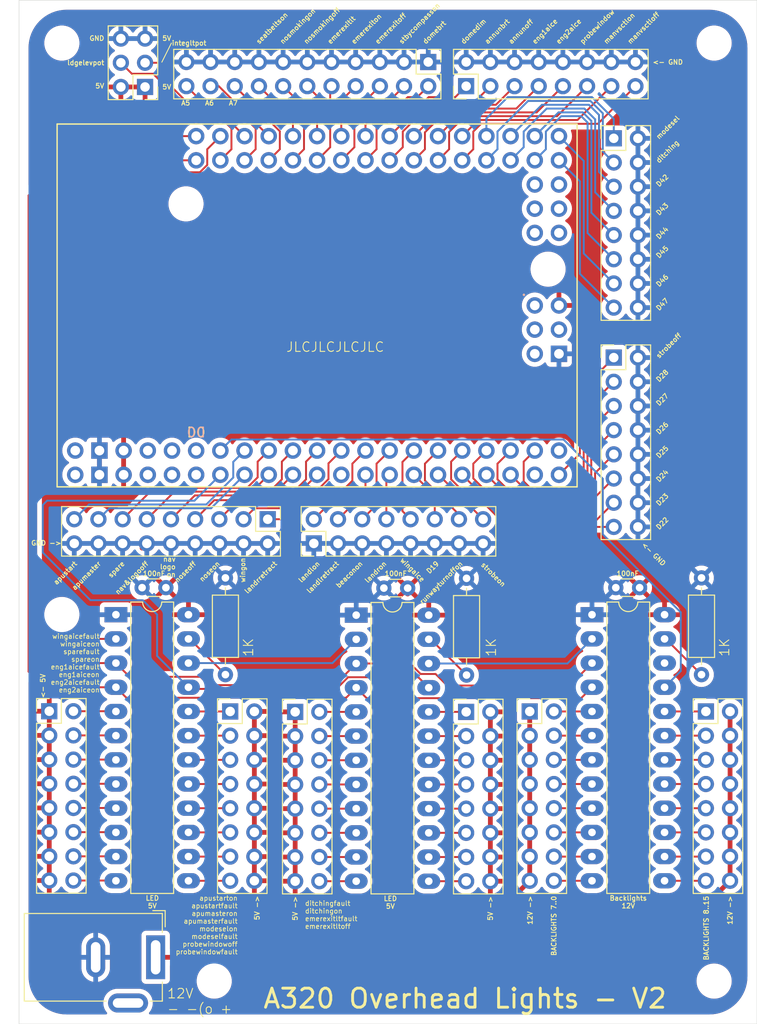
<source format=kicad_pcb>
(kicad_pcb (version 20240108) (generator "pcbnew") (generator_version "8.0")
  (layers (0 "F.Cu" signal) (31 "B.Cu" signal) (34 "B.Paste" user) (35 "F.Paste" user) (36 "B.SilkS" user "B.Silkscreen") (37 "F.SilkS" user "F.Silkscreen") (38 "B.Mask" user) (39 "F.Mask" user) (44 "Edge.Cuts" user))
  (net 0 "")
  (net 1 "wingaice")
  (net 2 "ANNUNCIATOR_BRT")
  (net 3 "eng2aice")
  (net 4 "nosmokingoff")
  (net 5 "landron")
  (net 7 "integltpot")
  (net 8 "A6")
  (net 10 "landrretract")
  (net 12 "nav&logoon")
  (net 16 "apustart")
  (net 18 "noseon")
  (net 20 "A5")
  (net 21 "ditching")
  (net 22 "GND")
  (net 23 "runwayturnoffon")
  (net 24 "stbycompasson")
  (net 25 "LEDDRV_CLK")
  (net 26 "emerexitoff")
  (net 27 "domebrt")
  (net 28 "nav&logooff")
  (net 30 "11")
  (net 31 "+5V")
  (net 32 "emerexiton")
  (net 33 "strobeon")
  (net 34 "seatbeltson")
  (net 35 "nosmokingon")
  (net 36 "landlon")
  (net 37 "emerexitlt")
  (net 38 "beaconon")
  (net 39 "ldgelevpot")
  (net 41 "spare")
  (net 42 "probewindow")
  (net 43 "BACKLIGHT_BRT")
  (net 44 "LEDDRV_LATCH")
  (net 47 "wingon")
  (net 49 "modesel")
  (net 50 "apumaster")
  (net 51 "eng1aice")
  (net 52 "A7")
  (net 53 "landlretract")
  (net 56 "noseoff")
  (net 57 "LEDDRV_DATA")
  (net 58 "+12V")
  (net 59 "BACKLIGHT_3")
  (net 60 "BACKLIGHT_4")
  (net 61 "BACKLIGHT_2")
  (net 62 "BACKLIGHT_6")
  (net 63 "BACKLIGHT_5")
  (net 64 "BACKLIGHT_8")
  (net 65 "BACKLIGHT_1")
  (net 66 "BACKLIGHT_7")
  (net 67 "Net-(U1-R-EXT)")
  (net 68 "Net-(U2-R-EXT)")
  (net 69 "Net-(U3-R-EXT)")
  (net 70 "eng1aiceon")
  (net 71 "wingaicefault")
  (net 72 "spareon")
  (net 73 "wingaiceon")
  (net 74 "modeselon")
  (net 75 "probewindowfault")
  (net 76 "eng2aiceon")
  (net 77 "probewindowoff")
  (net 78 "apumasterfault")
  (net 79 "eng1aicefault")
  (net 80 "LEDDRV_DATA_2")
  (net 81 "modeselfault")
  (net 82 "sparefault")
  (net 83 "apustartfault")
  (net 84 "apustarton")
  (net 85 "apumasteron")
  (net 86 "eng2aicefault")
  (net 87 "ditchingfault")
  (net 88 "LEDDRV_DATA_3")
  (net 89 "emerexitltoff")
  (net 90 "ditchingon")
  (net 91 "emerexitltfault")
  (net 92 "BACKLIGHT_0")
  (net 93 "BACKLIGHT_14")
  (net 94 "BACKLIGHT_15")
  (net 95 "BACKLIGHT_11")
  (net 96 "BACKLIGHT_10")
  (net 97 "BACKLIGHT_9")
  (net 98 "BACKLIGHT_13")
  (net 99 "BACKLIGHT_12")
  (net 100 "annunbrt")
  (net 101 "annunoff")
  (net 102 "manvsctloff")
  (net 103 "domedim")
  (net 104 "manvsctlon")
  (net 105 "strobeoff")
  (net 106 "Net-(A1-D52_SCK)")
  (net 107 "Net-(A1-D53_CS)")
  (net 108 "Net-(A1-D51_MOSI)")
  (net 109 "Net-(A1-D50_MISO)")
  (net 110 "Net-(J5-Pin_7)")
  (net 111 "Net-(J6-Pin_1)")
  (net 112 "Net-(J4-Pin_9)")
  (net 113 "Net-(J5-Pin_9)")
  (net 114 "Net-(J4-Pin_15)")
  (net 115 "Net-(J5-Pin_11)")
  (net 116 "Net-(J5-Pin_5)")
  (net 117 "Net-(J4-Pin_11)")
  (net 118 "Net-(J4-Pin_13)")
  (net 119 "Net-(J4-Pin_5)")
  (net 120 "Net-(J5-Pin_13)")
  (net 121 "Net-(J4-Pin_7)")
  (net 122 "Net-(J6-Pin_3)")
  (net 123 "Net-(J5-Pin_15)")
  (net 124 "Net-(J4-Pin_3)")
  (net 126 "Net-(J14-Pin_15)")
  (net 127 "Net-(J14-Pin_3)")
  (net 128 "Net-(J14-Pin_9)")
  (net 129 "Net-(J14-Pin_11)")
  (net 130 "Net-(J14-Pin_5)")
  (net 131 "Net-(J14-Pin_7)")
  (net 132 "Net-(J14-Pin_1)")
  (net 133 "Net-(J14-Pin_13)")
  (net 134 "Net-(J15-Pin_16)")
  (net 135 "Net-(J15-Pin_12)")
  (net 136 "Net-(J15-Pin_14)")
  (net 137 "Net-(J15-Pin_10)")
  (footprint "Connector_PinHeader_2.54mm:PinHeader_2x08_P2.54mm_Vertical" (layer "F.Cu") (at 122.175 124.685)
    (property "Reference" "J10" (hide yes))
    (property "Value" "Conn_02x08_Odd_Even" (hide yes))
  )
  (footprint "Connector_PinHeader_2.54mm:PinHeader_2x09_P2.54mm_Vertical" (layer "F.Cu") (at 126.12 104.5 -90)
    (property "Reference" "J8" (hide yes))
    (property "Value" "Conn_02x09_Odd_Even" (hide yes))
  )
  (footprint "Capacitor_THT:C_Disc_D3.0mm_W1.6mm_P2.50mm" (layer "F.Cu") (at 165.175 111.685 180)
    (property "Reference" "C2" (hide yes))
    (property "Value" "100nF" (hide yes))
  )
  (footprint "MountingHole:MountingHole_3.2mm_M3" (layer "F.Cu") (at 173 153)
    (property "Reference" "H3" (hide yes))
    (property "Value" "MountingHole" (hide yes))
  )
  (footprint "MountingHole:MountingHole_3.2mm_M3" (layer "F.Cu") (at 120.5 153)
    (property "Reference" "H4" (hide yes))
    (property "Value" "MountingHole" (hide yes))
  )
  (footprint "MountingHole:MountingHole_3.2mm_M3" (layer "F.Cu") (at 173 54.5)
    (property "Reference" "H2" (hide yes))
    (property "Value" "MountingHole" (hide yes))
  )
  (footprint "Connector_PinHeader_2.54mm:PinHeader_2x08_P2.54mm_Vertical" (layer "F.Cu") (at 162.46 64.5)
    (property "Reference" "J5" (hide yes))
    (property "Value" "Conn_02x08_Odd_Even" (hide yes))
  )
  (footprint "Connector_PinHeader_2.54mm:PinHeader_2x08_P2.54mm_Vertical" (layer "F.Cu") (at 146.96 124.73)
    (property "Reference" "J14" (hide yes))
    (property "Value" "Conn_02x08_Odd_Even" (hide yes))
  )
  (footprint "Connector_BarrelJack:BarrelJack_GCT_DCJ200-10-A_Horizontal" (layer "F.Cu") (at 114.35 150.5 -90)
    (property "Reference" "J9" (hide yes))
    (property "Value" "Barrel_Jack")
  )
  (footprint "MountingHole:MountingHole_3.2mm_M3" (layer "F.Cu") (at 104.5 114.5)
    (property "Reference" "H5" (hide yes))
    (property "Value" "MountingHole" (hide yes))
  )
  (footprint "Capacitor_THT:C_Disc_D3.0mm_W1.6mm_P2.50mm" (layer "F.Cu") (at 115.425 111.685 180)
    (property "Reference" "C1" (hide yes))
    (property "Value" "100nF" (hide yes))
  )
  (footprint "Connector_PinHeader_2.54mm:PinHeader_2x11_P2.54mm_Vertical" (layer "F.Cu") (at 142.976 56.486 -90)
    (property "Reference" "J1" (hide yes))
    (property "Value" "Conn_02x11_Odd_Even" (hide yes))
  )
  (footprint "Connector_PinHeader_2.54mm:PinHeader_2x08_P2.54mm_Vertical" (layer "F.Cu") (at 103.175 124.659)
    (property "Reference" "J12" (hide yes))
    (property "Value" "Conn_02x08_Odd_Even" (hide yes))
  )
  (footprint "MountingHole:MountingHole_3.2mm_M3" (layer "F.Cu") (at 104.5 54.5)
    (property "Reference" "H1" (hide yes))
    (property "Value" "MountingHole" (hide yes))
  )
  (footprint "Connector_PinHeader_2.54mm:PinHeader_2x08_P2.54mm_Vertical" (layer "F.Cu") (at 153.635 124.685)
    (property "Reference" "J13" (hide yes))
    (property "Value" "Conn_02x08_Odd_Even" (hide yes))
  )
  (footprint "PCM_arduino-library:Clone_Mega2560_Pro_Socket" (layer "F.Cu") (at 104 63)
    (property "Reference" "A1" (hide yes))
    (property "Value" "Clone_Mega2560_Pro_Socket" (hide yes))
  )
  (footprint "Resistor_THT:R_Axial_DIN0207_L6.3mm_D2.5mm_P10.16mm_Horizontal" (layer "F.Cu") (at 147 110.704 -90)
    (property "Reference" "R3" (hide yes))
    (property "Value" "1K" (hide yes))
  )
  (footprint "Connector_PinHeader_2.54mm:PinHeader_2x08_P2.54mm_Vertical" (layer "F.Cu") (at 146.96 59.026 90)
    (property "Reference" "J7" (hide yes))
    (property "Value" "Conn_02x08_Odd_Even" (hide yes))
  )
  (footprint "Connector_PinHeader_2.54mm:PinHeader_2x08_P2.54mm_Vertical" (layer "F.Cu") (at 172.135 124.685)
    (property "Reference" "J11" (hide yes))
    (property "Value" "Conn_02x08_Odd_Even" (hide yes))
  )
  (footprint "Connector_PinHeader_2.54mm:PinHeader_2x08_P2.54mm_Vertical" (layer "F.Cu") (at 162.46 87.526)
    (property "Reference" "J4" (hide yes))
    (property "Value" "Conn_02x08_Odd_Even" (hide yes))
  )
  (footprint "Connector_PinHeader_2.54mm:PinHeader_2x03_P2.54mm_Vertical" (layer "F.Cu") (at 113.236 59.106 180)
    (property "Reference" "J3" (hide yes))
    (property "Value" "Conn_02x03_Odd_Even" (hide yes))
  )
  (footprint "Connector_PinHeader_2.54mm:PinHeader_2x08_P2.54mm_Vertical" (layer "F.Cu") (at 130.96 107.04 90)
    (property "Reference" "J2" (hide yes))
    (property "Value" "Conn_02x08_Odd_Even" (hide yes))
  )
  (footprint "Package_DIP:DIP-24_W7.62mm_LongPads" (layer "F.Cu") (at 160.175 114.525)
    (property "Reference" "U2" (hide yes))
    (property "Value" "LED1642GWPTR" (hide yes))
  )
  (footprint "Resistor_THT:R_Axial_DIN0207_L6.3mm_D2.5mm_P10.16mm_Horizontal" (layer "F.Cu") (at 171.675 110.659 -90)
    (property "Reference" "R2" (hide yes))
    (property "Value" "1K" (hide yes))
  )
  (footprint "Package_DIP:DIP-24_W7.62mm_LongPads" (layer "F.Cu") (at 135.411 114.57)
    (property "Reference" "U3" (hide yes))
    (property "Value" "LED1642GWPTR" (hide yes))
  )
  (footprint "Capacitor_THT:C_Disc_D3.0mm_W1.6mm_P2.50mm" (layer "F.Cu") (at 140.816 111.73 180)
    (property "Reference" "C3" (hide yes))
    (property "Value" "100nF" (hide yes))
  )
  (footprint "Resistor_THT:R_Axial_DIN0207_L6.3mm_D2.5mm_P10.16mm_Horizontal" (layer "F.Cu") (at 121.675 110.659 -90)
    (property "Reference" "R1" (hide yes))
    (property "Value" "1K" (hide yes))
  )
  (footprint "Package_DIP:DIP-24_W7.62mm_LongPads" (layer "F.Cu") (at 110.175 114.525)
    (property "Reference" "U1" (hide yes))
    (property "Value" "LED1642GWPTR" (hide yes))
  )
  (footprint "Connector_PinHeader_2.54mm:PinHeader_2x08_P2.54mm_Vertical" (layer "F.Cu") (at 129 124.73)
    (property "Reference" "J15" (hide yes))
    (property "Value" "Conn_02x08_Odd_Even" (hide yes))
  )
  (gr_line (start 115 56.5) (end 116 54.5) (stroke (width 0.1)) (layer "F.SilkS"))
  (gr_rect (start 100 50) (end 177.5 157.5) (stroke (width 0.05)) (fill none) (layer "Edge.Cuts"))
  (gr_text "A320 Overhead Lights - V2" (at 125.5 156 0) (layer "F.SilkS") (effects (font (size 2 2) (thickness 0.3)) (justify left bottom)))
  (gr_text "manvsctloff" (at 164 54.5 45) (layer "F.SilkS") (effects (font (size 0.5 0.5) (thickness 0.1)) (justify left)))
  (gr_text "ditching" (at 167 67 45) (layer "F.SilkS") (effects (font (size 0.5 0.5) (thickness 0.1)) (justify left)))
  (gr_text "beaconon" (at 136 109 45) (layer "F.SilkS") (effects (font (size 0.5 0.5) (thickness 0.1)) (justify right)))
  (gr_text "emerexiton" (at 135 54.5 45) (layer "F.SilkS") (effects (font (size 0.5 0.5) (thickness 0.1)) (justify left)))
  (gr_text "wingon" (at 123.5 108.5 90) (layer "F.SilkS") (effects (font (size 0.5 0.5) (thickness 0.1)) (justify right)))
  (gr_text "apustarton\napustartfault\napumasteron\napumasterfault\nmodeselon\nmodeselfault\nprobewindowoff\nprobewindowfault" (at 123 144 0) (layer "F.SilkS") (effects (font (size 0.5 0.5) (thickness 0.08)) (justify right top)))
  (gr_text "landrretract" (at 127 109 45) (layer "F.SilkS") (effects (font (size 0.5 0.5) (thickness 0.1)) (justify right)))
  (gr_text "noseon" (at 121 109 45) (layer "F.SilkS") (effects (font (size 0.5 0.5) (thickness 0.1)) (justify right)))
  (gr_text "Backlights\n12V" (at 163.985 144 0) (layer "F.SilkS") (effects (font (size 0.5 0.5) (thickness 0.1)) (justify top)))
  (gr_text "D24" (at 167 100.5 45) (layer "F.SilkS") (effects (font (size 0.5 0.5) (thickness 0.1)) (justify left)))
  (gr_text "D46" (at 167 80 45) (layer "F.SilkS") (effects (font (size 0.5 0.5) (thickness 0.1)) (justify left)))
  (gr_text "strobeon" (at 151 111.5 315) (layer "F.SilkS") (effects (font (size 0.5 0.5) (thickness 0.1)) (justify right)))
  (gr_text "1K" (at 149 119 90) (layer "F.SilkS") (effects (font (size 1 1) (thickness 0.1)) (justify left top)))
  (gr_text "strobeoff" (at 167 87.5 45) (layer "F.SilkS") (effects (font (size 0.5 0.5) (thickness 0.1)) (justify left)))
  (gr_text "seatbeltson" (at 125 54.5 45) (layer "F.SilkS") (effects (font (size 0.5 0.5) (thickness 0.1)) (justify left)))
  (gr_text "100nF" (at 114.175 110.5 0) (layer "F.SilkS") (effects (font (size 0.5 0.5) (thickness 0.1)) (justify bottom)))
  (gr_text "modesel" (at 167 64.5 45) (layer "F.SilkS") (effects (font (size 0.5 0.5) (thickness 0.1)) (justify left)))
  (gr_text "probewindow" (at 159 54.5 45) (layer "F.SilkS") (effects (font (size 0.5 0.5) (thickness 0.1)) (justify left)))
  (gr_text "nosmokingon" (at 127.5 54.5 45) (layer "F.SilkS") (effects (font (size 0.5 0.5) (thickness 0.1)) (justify left)))
  (gr_text "D19" (at 144 109 45) (layer "F.SilkS") (effects (font (size 0.5 0.5) (thickness 0.1)) (justify right)))
  (gr_text "D42" (at 167 69.5 45) (layer "F.SilkS") (effects (font (size 0.5 0.5) (thickness 0.1)) (justify left)))
  (gr_text "D28" (at 167 90 45) (layer "F.SilkS") (effects (font (size 0.5 0.5) (thickness 0.1)) (justify left)))
  (gr_text "12V\n- -(o +" (at 115.5 156.5 0) (layer "F.SilkS") (effects (font (size 1 1) (thickness 0.1)) (justify left bottom)))
  (gr_text "eng1aice" (at 154 54.5 45) (layer "F.SilkS") (effects (font (size 0.5 0.5) (thickness 0.1)) (justify left)))
  (gr_text "emerexitlt" (at 132.5 54.5 45) (layer "F.SilkS") (effects (font (size 0.5 0.5) (thickness 0.1)) (justify left)))
  (gr_text "ldgelevpot" (at 109 56.566 0) (layer "F.SilkS") (effects (font (size 0.5 0.5) (thickness 0.1)) (justify right)))
  (gr_text "D43" (at 167 72.5 45) (layer "F.SilkS") (effects (font (size 0.5 0.5) (thickness 0.1)) (justify left)))
  (gr_text "12V ->" (at 153.675 144 90) (layer "F.SilkS") (effects (font (size 0.5 0.5) (thickness 0.1)) (justify right)))
  (gr_text "nav\nlogo\non" (at 116.5 109.5 0) (layer "F.SilkS") (effects (font (size 0.5 0.5) (thickness 0.1)) (justify right)))
  (gr_text "landlretract" (at 133.5 109 45) (layer "F.SilkS") (effects (font (size 0.5 0.5) (thickness 0.1)) (justify right)))
  (gr_text "5V" (at 109 59 0) (layer "F.SilkS") (effects (font (size 0.5 0.5) (thickness 0.1)) (justify right)))
  (gr_text "D23" (at 167 103 45) (layer "F.SilkS") (effects (font (size 0.5 0.5) (thickness 0.1)) (justify left)))
  (gr_text "stbycompasson" (at 140 54.5 45) (layer "F.SilkS") (effects (font (size 0.5 0.5) (thickness 0.1)) (justify left)))
  (gr_text "100nF" (at 163.925 110.5 0) (layer "F.SilkS") (effects (font (size 0.5 0.5) (thickness 0.1)) (justify bottom)))
  (gr_text "wingaicefault\nwingaiceon\nsparefault\nspareon\neng1aicefault\neng1aiceon\neng2aicefault\neng2aiceon" (at 108.5 116.5 0) (layer "F.SilkS") (effects (font (size 0.5 0.5) (thickness 0.08)) (justify right top)))
  (gr_text "12V ->" (at 174.675 144 90) (layer "F.SilkS") (effects (font (size 0.5 0.5) (thickness 0.1)) (justify right)))
  (gr_text "1K" (at 123.5 119 90) (layer "F.SilkS") (effects (font (size 1 1) (thickness 0.1)) (justify left top)))
  (gr_text "BACKLIGHTS 8..15" (at 172.175 144 90) (layer "F.SilkS") (effects (font (size 0.5 0.5) (thickness 0.1)) (justify right)))
  (gr_text "integltpot" (at 116 54.5 0) (layer "F.SilkS") (effects (font (size 0.5 0.5) (thickness 0.1)) (justify left)))
  (gr_text "5V ->" (at 149.5 144.045 90) (layer "F.SilkS") (effects (font (size 0.5 0.5) (thickness 0.1)) (justify right)))
  (gr_text "D22" (at 167 105.5 45) (layer "F.SilkS") (effects (font (size 0.5 0.5) (thickness 0.1)) (justify left)))
  (gr_text "ditchingfault\nditchingon\nemerexitltfault\nemerexitltoff" (at 130 144.545 0) (layer "F.SilkS") (effects (font (size 0.5 0.5) (thickness 0.08)) (justify left top)))
  (gr_text "nosmokingoff" (at 130 54.5 45) (layer "F.SilkS") (effects (font (size 0.5 0.5) (thickness 0.1)) (justify left)))
  (gr_text "JLCJLCJLCJLC" (at 128 87 0) (layer "F.SilkS") (effects (font (size 1 1) (thickness 0.1)) (justify left bottom)))
  (gr_text "5V ->" (at 125 144 90) (layer "F.SilkS") (effects (font (size 0.5 0.5) (thickness 0.1)) (justify right)))
  (gr_text "eng2aice" (at 156.5 54.5 45) (layer "F.SilkS") (effects (font (size 0.5 0.5) (thickness 0.1)) (justify left)))
  (gr_text "manvsctlon" (at 161.5 54.5 45) (layer "F.SilkS") (effects (font (size 0.5 0.5) (thickness 0.1)) (justify left)))
  (gr_text "domebrt" (at 142.5 54.5 45) (layer "F.SilkS") (effects (font (size 0.5 0.5) (thickness 0.1)) (justify left)))
  (gr_text "emerexitoff" (at 137.5 54.5 45) (layer "F.SilkS") (effects (font (size 0.5 0.5) (thickness 0.1)) (justify left)))
  (gr_text "landlon" (at 131.5 109 45) (layer "F.SilkS") (effects (font (size 0.5 0.5) (thickness 0.1)) (justify right)))
  (gr_text "GND" (at 109 54 0) (layer "F.SilkS") (effects (font (size 0.5 0.5) (thickness 0.1)) (justify right)))
  (gr_text "5V ->" (at 129 144.045 90) (layer "F.SilkS") (effects (font (size 0.5 0.5) (thickness 0.1)) (justify right)))
  (gr_text "LED\n5V" (at 114 144 0) (layer "F.SilkS") (effects (font (size 0.5 0.5) (thickness 0.1)) (justify top)))
  (gr_text "A5" (at 117.5 60.5 0) (layer "F.SilkS") (effects (font (size 0.5 0.5) (thickness 0.1)) (justify top)))
  (gr_text "BACKLIGHTS 7..0" (at 156.175 144 90) (layer "F.SilkS") (effects (font (size 0.5 0.5) (thickness 0.1)) (justify right)))
  (gr_text "annunbrt" (at 149 54.5 45) (layer "F.SilkS") (effects (font (size 0.5 0.5) (thickness 0.1)) (justify left)))
  (gr_text "D27" (at 167 92.5 45) (layer "F.SilkS") (effects (font (size 0.5 0.5) (thickness 0.1)) (justify left)))
  (gr_text "5V" (at 115 54 0) (layer "F.SilkS") (effects (font (size 0.5 0.5) (thickness 0.1)) (justify left)))
  (gr_text "D45" (at 167 77 45) (layer "F.SilkS") (effects (font (size 0.5 0.5) (thickness 0.1)) (justify left)))
  (gr_text "A7" (at 122.5 60.5 0) (layer "F.SilkS") (effects (font (size 0.5 0.5) (thickness 0.1)) (justify top)))
  (gr_text "noseoff" (at 118.5 109 45) (layer "F.SilkS") (effects (font (size 0.5 0.5) (thickness 0.1)) (justify right)))
  (gr_text "<- GND" (at 166.5 56.5 0) (layer "F.SilkS") (effects (font (size 0.5 0.5) (thickness 0.1)) (justify left)))
  (gr_text "D44" (at 167 75 45) (layer "F.SilkS") (effects (font (size 0.5 0.5) (thickness 0.1)) (justify left)))
  (gr_text "domedim" (at 146.5 54.5 45) (layer "F.SilkS") (effects (font (size 0.5 0.5) (thickness 0.1)) (justify left)))
  (gr_text "5V" (at 115 59.106 0) (layer "F.SilkS") (effects (font (size 0.5 0.5) (thickness 0.1)) (justify left)))
  (gr_text "GND ->" (at 104.5 107 0) (layer "F.SilkS") (effects (font (size 0.5 0.5) (thickness 0.1)) (justify right)))
  (gr_text "runwayturnoffon" (at 146.5 109 45) (layer "F.SilkS") (effects (font (size 0.5 0.5) (thickness 0.1)) (justify right)))
  (gr_text "apumaster" (at 108.5 109 45) (layer "F.SilkS") (effects (font (size 0.5 0.5) (thickness 0.1)) (justify right)))
  (gr_text "landron" (at 138.5 109 45) (layer "F.SilkS") (effects (font (size 0.5 0.5) (thickness 0.1)) (justify right)))
  (gr_text "<- GND" (at 165.5 107 315) (layer "F.SilkS") (effects (font (size 0.5 0.5) (thickness 0.1)) (justify left)))
  (gr_text "nav&logooff" (at 113.5 109 45) (layer "F.SilkS") (effects (font (size 0.5 0.5) (thickness 0.1)) (justify right)))
  (gr_text "spare" (at 111 109 45) (layer "F.SilkS") (effects (font (size 0.5 0.5) (thickness 0.1)) (justify right)))
  (gr_text "wingaice" (at 142.5 111 -45) (layer "F.SilkS") (effects (font (size 0.5 0.5) (thickness 0.1)) (justify right)))
  (gr_text "1K" (at 173.5 119 90) (layer "F.SilkS") (effects (font (size 1 1) (thickness 0.1)) (justify left top)))
  (gr_text "annunoff" (at 151.5 54.5 45) (layer "F.SilkS") (effects (font (size 0.5 0.5) (thickness 0.1)) (justify left)))
  (gr_text "D47" (at 167 82.5 45) (layer "F.SilkS") (effects (font (size 0.5 0.5) (thickness 0.1)) (justify left)))
  (gr_text "100nF" (at 139.566 110.5 0) (layer "F.SilkS") (effects (font (size 0.5 0.5) (thickness 0.1)) (justify bottom)))
  (gr_text "D26" (at 167 95.5 45) (layer "F.SilkS") (effects (font (size 0.5 0.5) (thickness 0.1)) (justify left)))
  (gr_text "<- 5V" (at 102.51 123.329 90) (layer "F.SilkS") (effects (font (size 0.5 0.5) (thickness 0.1)) (justify left)))
  (gr_text "D25" (at 167 98 45) (layer "F.SilkS") (effects (font (size 0.5 0.5) (thickness 0.1)) (justify left)))
  (gr_text "A6" (at 120 60.5 0) (layer "F.SilkS") (effects (font (size 0.5 0.5) (thickness 0.1)) (justify top)))
  (gr_text "apustart" (at 106 109 45) (layer "F.SilkS") (effects (font (size 0.5 0.5) (thickness 0.1)) (justify right)))
  (gr_text "LED\n5V" (at 139 144.045 0) (layer "F.SilkS") (effects (font (size 0.5 0.5) (thickness 0.1)) (justify top)))
  (segment (start 140.27 103.65) (end 140.27 98.485) (width 0.2) (layer "F.Cu") (net 1))
  (segment (start 140.27 98.485) (end 141.465 97.29) (width 0.2) (layer "F.Cu") (net 1))
  (segment (start 141.12 104.5) (end 140.27 103.65) (width 0.2) (layer "F.Cu") (net 1))
  (segment (start 117.795 122.145) (end 117.969 122.319) (width 0.2) (layer "F.Cu") (net 2))
  (segment (start 141.931 121.09) (end 143.031 122.19) (width 0.2) (layer "F.Cu") (net 2))
  (segment (start 134.555365 121.09) (end 141.931 121.09) (width 0.2) (layer "F.Cu") (net 2))
  (segment (start 117.969 122.319) (end 133.326365 122.319) (width 0.2) (layer "F.Cu") (net 2))
  (segment (start 133.326365 122.319) (end 134.555365 121.09) (width 0.2) (layer "F.Cu") (net 2))
  (segment (start 106.123654 102.55) (end 102.95 102.55) (width 0.2) (layer "B.Cu") (net 2))
  (segment (start 102.5 108) (end 105 110.5) (width 0.2) (layer "B.Cu") (net 2))
  (segment (start 107.5 113) (end 105 110.5) (width 0.2) (layer "B.Cu") (net 2))
  (segment (start 102.5 103) (end 102.5 108) (width 0.2) (layer "B.Cu") (net 2))
  (segment (start 114.5 118.85) (end 114.5 114.5) (width 0.2) (layer "B.Cu") (net 2))
  (segment (start 114.5 114.5) (end 113 113) (width 0.2) (layer "B.Cu") (net 2))
  (segment (start 121.145 99.83) (end 118.425 102.55) (width 0.2) (layer "B.Cu") (net 2))
  (segment (start 118.425 102.55) (end 106.123654 102.55) (width 0.2) (layer "B.Cu") (net 2))
  (segment (start 117.795 122.145) (end 114.5 118.85) (width 0.2) (layer "B.Cu") (net 2))
  (segment (start 113 113) (end 107.5 113) (width 0.2) (layer "B.Cu") (net 2))
  (segment (start 102.95 102.55) (end 102.5 103) (width 0.2) (layer "B.Cu") (net 2))
  (segment (start 146.499 61.776) (end 144.005 64.27) (width 0.2) (layer "F.Cu") (net 3))
  (segment (start 157.12 59.026) (end 154.37 61.776) (width 0.2) (layer "F.Cu") (net 3))
  (segment (start 154.37 61.776) (end 146.499 61.776) (width 0.2) (layer "F.Cu") (net 3))
  (segment (start 131.305 60.055) (end 130.276 59.026) (width 0.2) (layer "F.Cu") (net 4))
  (segment (start 131.305 64.27) (end 131.305 60.055) (width 0.2) (layer "F.Cu") (net 4))
  (segment (start 138.58 100.175) (end 138.925 99.83) (width 0.2) (layer "F.Cu") (net 5))
  (segment (start 138.58 104.5) (end 138.58 100.175) (width 0.2) (layer "F.Cu") (net 5))
  (segment (start 116 58) (end 114.566 56.566) (width 0.2) (layer "F.Cu") (net 7))
  (segment (start 116 59.0763) (end 116 58) (width 0.2) (layer "F.Cu") (net 7))
  (segment (start 114.566 56.566) (end 113.236 56.566) (width 0.2) (layer "F.Cu") (net 7))
  (segment (start 120.315 60.9) (end 117.824 60.9) (width 0.2) (layer "F.Cu") (net 7))
  (segment (start 117.824 60.9) (end 116 59.0763) (width 0.2) (layer "F.Cu") (net 7))
  (segment (start 123.685 64.27) (end 120.315 60.9) (width 0.2) (layer "F.Cu") (net 7))
  (segment (start 126.225 64.27) (end 120.981 59.026) (width 0.2) (layer "F.Cu") (net 8))
  (segment (start 120.981 59.026) (end 120.116 59.026) (width 0.2) (layer "F.Cu") (net 8))
  (segment (start 128.281 104.5) (end 132.5 100.281) (width 0.2) (layer "F.Cu") (net 10))
  (segment (start 132.5 100.281) (end 132.5 98.635) (width 0.2) (layer "F.Cu") (net 10))
  (segment (start 132.5 98.635) (end 133.845 97.29) (width 0.2) (layer "F.Cu") (net 10))
  (segment (start 126.12 104.5) (end 128.281 104.5) (width 0.2) (layer "F.Cu") (net 10))
  (segment (start 118.46 102) (end 125.913 102) (width 0.2) (layer "F.Cu") (net 12))
  (segment (start 127.601 98.4536) (end 128.765 97.29) (width 0.2) (layer "F.Cu") (net 12))
  (segment (start 127.601 100.312) (end 127.601 98.4536) (width 0.2) (layer "F.Cu") (net 12))
  (segment (start 115.96 104.5) (end 118.46 102) (width 0.2) (layer "F.Cu") (net 12))
  (segment (start 125.913 102) (end 127.601 100.312) (width 0.2) (layer "F.Cu") (net 12))
  (segment (start 107.35 102.95) (end 119.671 102.95) (width 0.2) (layer "B.Cu") (net 16))
  (segment (start 105.8 104.5) (end 107.35 102.95) (width 0.2) (layer "B.Cu") (net 16))
  (segment (start 122.5 98.475) (end 123.685 97.29) (width 0.2) (layer "B.Cu") (net 16))
  (segment (start 122.5 100.121) (end 122.5 98.475) (width 0.2) (layer "B.Cu") (net 16))
  (segment (start 119.671 102.95) (end 122.5 100.121) (width 0.2) (layer "B.Cu") (net 16))
  (segment (start 122.59 102.95) (end 127.503 102.95) (width 0.2) (layer "F.Cu") (net 18))
  (segment (start 130.141 100.312) (end 130.141 98.4536) (width 0.2) (layer "F.Cu") (net 18))
  (segment (start 121.04 104.5) (end 122.59 102.95) (width 0.2) (layer "F.Cu") (net 18))
  (segment (start 130.141 98.4536) (end 131.305 97.29) (width 0.2) (layer "F.Cu") (net 18))
  (segment (start 127.503 102.95) (end 130.141 100.312) (width 0.2) (layer "F.Cu") (net 18))
  (segment (start 123.685 66.81) (end 124.849 65.6464) (width 0.2) (layer "F.Cu") (net 20))
  (segment (start 124.849 65.6464) (end 124.849 63.4593) (width 0.2) (layer "F.Cu") (net 20))
  (segment (start 119.05 60.5) (end 117.576 59.026) (width 0.2) (layer "F.Cu") (net 20))
  (segment (start 121.889 60.5) (end 119.05 60.5) (width 0.2) (layer "F.Cu") (net 20))
  (segment (start 124.849 63.4593) (end 121.889 60.5) (width 0.2) (layer "F.Cu") (net 20))
  (segment (start 161.31 65.89) (end 161.31 61.8757) (width 0.2) (layer "B.Cu") (net 21))
  (segment (start 150.249 63.788) (end 150.249 65.6464) (width 0.2) (layer "B.Cu") (net 21))
  (segment (start 153.461 60.576) (end 150.249 63.788) (width 0.2) (layer "B.Cu") (net 21))
  (segment (start 150.249 65.6464) (end 149.085 66.81) (width 0.2) (layer "B.Cu") (net 21))
  (segment (start 161.31 61.8757) (end 160.01 60.576) (width 0.2) (layer "B.Cu") (net 21))
  (segment (start 160.01 60.576) (end 153.461 60.576) (width 0.2) (layer "B.Cu") (net 21))
  (segment (start 162.46 67.04) (end 161.31 65.89) (width 0.2) (layer "B.Cu") (net 21))
  (segment (start 112.925 107.535) (end 113.42 107.04) (width 0.5) (layer "F.Cu") (net 22))
  (segment (start 108.445 97.29) (end 108.445 99.83) (width 0.5) (layer "F.Cu") (net 22))
  (segment (start 162.675 111.685) (end 162.675 112.025) (width 0.5) (layer "F.Cu") (net 22))
  (segment (start 138.316 111.73) (end 138.251 111.73) (width 0.5) (layer "F.Cu") (net 22))
  (segment (start 112.925 111.685) (end 112.925 111.775) (width 0.5) (layer "F.Cu") (net 22))
  (segment (start 146.2 104.5) (end 146.2 103.999) (width 0.2) (layer "F.Cu") (net 23))
  (segment (start 146.2 103.999) (end 142.629 100.428) (width 0.2) (layer "F.Cu") (net 23))
  (segment (start 142.629 98.6664) (end 144.005 97.29) (width 0.2) (layer "F.Cu") (net 23))
  (segment (start 142.629 100.428) (end 142.629 98.6664) (width 0.2) (layer "F.Cu") (net 23))
  (segment (start 136.385 63.077) (end 136.385 64.27) (width 0.2) (layer "F.Cu") (net 24))
  (segment (start 140.436 59.026) (end 136.385 63.077) (width 0.2) (layer "F.Cu") (net 24))
  (segment (start 101.4 118.5) (end 101.4 70.665686) (width 0.2) (layer "F.Cu") (net 25))
  (segment (start 157.816 121.964) (end 144.964 121.964) (width 0.2) (layer "F.Cu") (net 25))
  (segment (start 111.615 121.045) (end 110.175 119.605) (width 0.2) (layer "F.Cu") (net 25))
  (segment (start 142.175365 120.75) (end 141.075365 119.65) (width 0.2) (layer "F.Cu") (net 25))
  (segment (start 141.075365 119.65) (end 135.411 119.65) (width 0.2) (layer "F.Cu") (net 25))
  (segment (start 135.411 119.65) (end 133.142 121.919) (width 0.2) (layer "F.Cu") (net 25))
  (segment (start 105.255686 66.81) (end 118.605 66.81) (width 0.2) (layer "F.Cu") (net 25))
  (segment (start 101.4 70.665686) (end 105.255686 66.81) (width 0.2) (layer "F.Cu") (net 25))
  (segment (start 102.505 119.605) (end 101.4 118.5) (width 0.2) (layer "F.Cu") (net 25))
  (segment (start 119.045 121.045) (end 111.615 121.045) (width 0.2) (layer "F.Cu") (net 25))
  (segment (start 160.175 119.605) (end 157.816 121.964) (width 0.2) (layer "F.Cu") (net 25))
  (segment (start 110.175 119.605) (end 102.505 119.605) (width 0.2) (layer "F.Cu") (net 25))
  (segment (start 133.142 121.919) (end 119.919 121.919) (width 0.2) (layer "F.Cu") (net 25))
  (segment (start 119.919 121.919) (end 119.045 121.045) (width 0.2) (layer "F.Cu") (net 25))
  (segment (start 143.75 120.75) (end 142.175365 120.75) (width 0.2) (layer "F.Cu") (net 25))
  (segment (start 144.964 121.964) (end 143.75 120.75) (width 0.2) (layer "F.Cu") (net 25))
  (segment (start 135.221 65.4336) (end 133.845 66.81) (width 0.2) (layer "F.Cu") (net 26))
  (segment (start 135.221 61.7006) (end 135.221 65.4336) (width 0.2) (layer "F.Cu") (net 26))
  (segment (start 137.896 59.026) (end 135.221 61.7006) (width 0.2) (layer "F.Cu") (net 26))
  (segment (start 141.826 60.176) (end 140.824 60.176) (width 0.2) (layer "F.Cu") (net 27))
  (segment (start 140.824 60.176) (end 137.549 63.4514) (width 0.2) (layer "F.Cu") (net 27))
  (segment (start 142.976 59.026) (end 141.826 60.176) (width 0.2) (layer "F.Cu") (net 27))
  (segment (start 137.549 63.4514) (end 137.549 65.6464) (width 0.2) (layer "F.Cu") (net 27))
  (segment (start 137.549 65.6464) (end 136.385 66.81) (width 0.2) (layer "F.Cu") (net 27))
  (segment (start 124.455 101.6) (end 126.225 99.83) (width 0.2) (layer "F.Cu") (net 28))
  (segment (start 116.32 101.6) (end 124.455 101.6) (width 0.2) (layer "F.Cu") (net 28))
  (segment (start 113.42 104.5) (end 116.32 101.6) (width 0.2) (layer "F.Cu") (net 28))
  (segment (start 143.66 102.025) (end 141.465 99.83) (width 0.2) (layer "F.Cu") (net 30))
  (segment (start 143.66 104.5) (end 143.66 102.025) (width 0.2) (layer "F.Cu") (net 30))
  (segment (start 165.175 111.685) (end 165.175 111.905) (width 0.5) (layer "F.Cu") (net 31))
  (segment (start 140.816 111.73) (end 140.816 112.355) (width 0.5) (layer "F.Cu") (net 31))
  (segment (start 115.425 111.685) (end 115.425 112.155) (width 0.5) (layer "F.Cu") (net 31))
  (segment (start 133.845 60.537) (end 133.845 64.27) (width 0.2) (layer "F.Cu") (net 32))
  (segment (start 135.356 59.026) (end 133.845 60.537) (width 0.2) (layer "F.Cu") (net 32))
  (segment (start 144.07 99.83) (end 144.005 99.83) (width 0.2) (layer "F.Cu") (net 33))
  (segment (start 148.74 104.5) (end 144.07 99.83) (width 0.2) (layer "F.Cu") (net 33))
  (segment (start 128.765 62.595) (end 125.196 59.026) (width 0.2) (layer "F.Cu") (net 34))
  (segment (start 128.765 64.27) (end 128.765 62.595) (width 0.2) (layer "F.Cu") (net 34))
  (segment (start 129.929 61.2186) (end 129.929 65.6464) (width 0.2) (layer "F.Cu") (net 35))
  (segment (start 127.736 59.026) (end 129.929 61.2186) (width 0.2) (layer "F.Cu") (net 35))
  (segment (start 129.929 65.6464) (end 128.765 66.81) (width 0.2) (layer "F.Cu") (net 35))
  (segment (start 130.96 104.5) (end 135.009 100.451) (width 0.2) (layer "F.Cu") (net 36))
  (segment (start 135.009 98.6664) (end 136.385 97.29) (width 0.2) (layer "F.Cu") (net 36))
  (segment (start 135.009 100.451) (end 135.009 98.6664) (width 0.2) (layer "F.Cu") (net 36))
  (segment (start 132.681 59.1606) (end 132.681 65.4336) (width 0.2) (layer "F.Cu") (net 37))
  (segment (start 132.816 59.026) (end 132.681 59.1606) (width 0.2) (layer "F.Cu") (net 37))
  (segment (start 132.681 65.4336) (end 131.305 66.81) (width 0.2) (layer "F.Cu") (net 37))
  (segment (start 136.04 104.5) (end 137.549 102.991) (width 0.2) (layer "F.Cu") (net 38))
  (segment (start 137.549 98.6664) (end 138.925 97.29) (width 0.2) (layer "F.Cu") (net 38))
  (segment (start 137.549 102.991) (end 137.549 98.6664) (width 0.2) (layer "F.Cu") (net 38))
  (segment (start 122.309 63.4593) (end 120.149 61.3) (width 0.2) (layer "F.Cu") (net 39))
  (segment (start 111.846 57.716) (end 110.696 56.566) (width 0.2) (layer "F.Cu") (net 39))
  (segment (start 122.309 65.6464) (end 122.309 63.4593) (width 0.2) (layer "F.Cu") (net 39))
  (segment (start 117.658 61.3) (end 117.424 61.0657) (width 0.2) (layer "F.Cu") (net 39))
  (segment (start 117.424 61.0657) (end 114.074 57.716) (width 0.2) (layer "F.Cu") (net 39))
  (segment (start 114.074 57.716) (end 111.846 57.716) (width 0.2) (layer "F.Cu") (net 39))
  (segment (start 121.145 66.81) (end 122.309 65.6464) (width 0.2) (layer "F.Cu") (net 39))
  (segment (start 120.149 61.3) (end 117.658 61.3) (width 0.2) (layer "F.Cu") (net 39))
  (segment (start 125.061 100.099) (end 125.061 98.4536) (width 0.2) (layer "F.Cu") (net 41))
  (segment (start 125.061 98.4536) (end 126.225 97.29) (width 0.2) (layer "F.Cu") (net 41))
  (segment (start 123.961 101.2) (end 125.061 100.099) (width 0.2) (layer "F.Cu") (net 41))
  (segment (start 110.88 104.5) (end 114.18 101.2) (width 0.2) (layer "F.Cu") (net 41))
  (segment (start 114.18 101.2) (end 123.961 101.2) (width 0.2) (layer "F.Cu") (net 41))
  (segment (start 146.824 62.176) (end 145.169 63.8314) (width 0.2) (layer "F.Cu") (net 42))
  (segment (start 159.66 59.026) (end 156.51 62.176) (width 0.2) (layer "F.Cu") (net 42))
  (segment (start 156.51 62.176) (end 146.824 62.176) (width 0.2) (layer "F.Cu") (net 42))
  (segment (start 145.169 63.8314) (end 145.169 65.6464) (width 0.2) (layer "F.Cu") (net 42))
  (segment (start 145.169 65.6464) (end 144.005 66.81) (width 0.2) (layer "F.Cu") (net 42))
  (segment (start 121.145 97.29) (end 122.3086 96.1264) (width 0.2) (layer "B.Cu") (net 43))
  (segment (start 169.5 114.274365) (end 169.5 120.44) (width 0.2) (layer "B.Cu") (net 43))
  (segment (start 161.31 106.084365) (end 169.5 114.274365) (width 0.2) (layer "B.Cu") (net 43))
  (segment (start 122.3086 96.1264) (end 157.186979 96.1264) (width 0.2) (layer "B.Cu") (net 43))
  (segment (start 161.31 100.249421) (end 161.31 106.084365) (width 0.2) (layer "B.Cu") (net 43))
  (segment (start 157.186979 96.1264) (end 161.31 100.249421) (width 0.2) (layer "B.Cu") (net 43))
  (segment (start 169.5 120.44) (end 167.795 122.145) (width 0.2) (layer "B.Cu") (net 43))
  (segment (start 102.645 122.145) (end 101 120.5) (width 0.2) (layer "F.Cu") (net 44))
  (segment (start 107.23 64.27) (end 118.605 64.27) (width 0.2) (layer "F.Cu") (net 44))
  (segment (start 135.411 122.19) (end 136.511 123.29) (width 0.2) (layer "F.Cu") (net 44))
  (segment (start 110.175 122.145) (end 111.275 123.245) (width 0.2) (layer "F.Cu") (net 44))
  (segment (start 111.275 123.245) (end 134.356 123.245) (width 0.2) (layer "F.Cu") (net 44))
  (segment (start 159.03 123.29) (end 160.175 122.145) (width 0.2) (layer "F.Cu") (net 44))
  (segment (start 136.511 123.29) (end 159.03 123.29) (width 0.2) (layer "F.Cu") (net 44))
  (segment (start 134.356 123.245) (end 135.411 122.19) (width 0.2) (layer "F.Cu") (net 44))
  (segment (start 101 120.5) (end 101 70.5) (width 0.2) (layer "F.Cu") (net 44))
  (segment (start 110.175 122.145) (end 102.645 122.145) (width 0.2) (layer "F.Cu") (net 44))
  (segment (start 101 70.5) (end 107.23 64.27) (width 0.2) (layer "F.Cu") (net 44))
  (segment (start 124.73 103.35) (end 127.785 103.35) (width 0.2) (layer "F.Cu") (net 47))
  (segment (start 127.785 103.35) (end 131.305 99.83) (width 0.2) (layer "F.Cu") (net 47))
  (segment (start 123.58 104.5) (end 124.73 103.35) (width 0.2) (layer "F.Cu") (net 47))
  (segment (start 151.324 60.176) (end 149.085 62.415) (width 0.2) (layer "B.Cu") (net 49))
  (segment (start 162.46 64.5) (end 162.46 62.46) (width 0.2) (layer "B.Cu") (net 49))
  (segment (start 160.176 60.176) (end 151.324 60.176) (width 0.2) (layer "B.Cu") (net 49))
  (segment (start 149.085 62.415) (end 149.085 64.27) (width 0.2) (layer "B.Cu") (net 49))
  (segment (start 162.46 62.46) (end 160.176 60.176) (width 0.2) (layer "B.Cu") (net 49))
  (segment (start 109.49 103.35) (end 120.165 103.35) (width 0.2) (layer "B.Cu") (net 50))
  (segment (start 120.165 103.35) (end 123.685 99.83) (width 0.2) (layer "B.Cu") (net 50))
  (segment (start 108.34 104.5) (end 109.49 103.35) (width 0.2) (layer "B.Cu") (net 50))
  (segment (start 154.58 59.026) (end 152.23 61.376) (width 0.2) (layer "F.Cu") (net 51))
  (segment (start 145.124 61.376) (end 142.629 63.8714) (width 0.2) (layer "F.Cu") (net 51))
  (segment (start 142.629 63.8714) (end 142.629 65.6464) (width 0.2) (layer "F.Cu") (net 51))
  (segment (start 142.629 65.6464) (end 141.465 66.81) (width 0.2) (layer "F.Cu") (net 51))
  (segment (start 152.23 61.376) (end 145.124 61.376) (width 0.2) (layer "F.Cu") (net 51))
  (segment (start 126.225 66.81) (end 127.389 65.6464) (width 0.2) (layer "F.Cu") (net 52))
  (segment (start 127.389 65.6464) (end 127.389 63.7586) (width 0.2) (layer "F.Cu") (net 52))
  (segment (start 127.389 63.7586) (end 122.656 59.026) (width 0.2) (layer "F.Cu") (net 52))
  (segment (start 136.385 101.615) (end 136.385 99.83) (width 0.2) (layer "F.Cu") (net 53))
  (segment (start 133.5 104.5) (end 136.385 101.615) (width 0.2) (layer "F.Cu") (net 53))
  (segment (start 118.5 104.5) (end 120.5 102.5) (width 0.2) (layer "F.Cu") (net 56))
  (segment (start 126.095 102.5) (end 128.765 99.83) (width 0.2) (layer "F.Cu") (net 56))
  (segment (start 120.5 102.5) (end 126.095 102.5) (width 0.2) (layer "F.Cu") (net 56))
  (segment (start 118.994893 68.065686) (end 104.565686 68.065686) (width 0.2) (layer "F.Cu") (net 57))
  (segment (start 121.145 64.27) (end 119.7686 65.6464) (width 0.2) (layer "F.Cu") (net 57))
  (segment (start 104.307284 117.065) (end 110.175 117.065) (width 0.2) (layer "F.Cu") (net 57))
  (segment (start 119.7686 65.6464) (end 119.7686 67.291979) (width 0.2) (layer "F.Cu") (net 57))
  (segment (start 101.8 114.557716) (end 104.307284 117.065) (width 0.2) (layer "F.Cu") (net 57))
  (segment (start 101.8 70.831372) (end 101.8 114.557716) (width 0.2) (layer "F.Cu") (net 57))
  (segment (start 119.7686 67.291979) (end 118.994893 68.065686) (width 0.2) (layer "F.Cu") (net 57))
  (segment (start 104.565686 68.065686) (end 101.8 70.831372) (width 0.2) (layer "F.Cu") (net 57))
  (segment (start 153.635 129.765) (end 153.635 132.305) (width 0.5) (layer "F.Cu") (net 58))
  (segment (start 145.6 150.5) (end 153.635 142.465) (width 0.5) (layer "F.Cu") (net 58))
  (segment (start 174.675 139.925) (end 174.675 142.465) (width 0.5) (layer "F.Cu") (net 58))
  (segment (start 166.64 150.5) (end 145.6 150.5) (width 0.5) (layer "F.Cu") (net 58))
  (segment (start 174.675 134.845) (end 174.675 137.385) (width 0.5) (layer "F.Cu") (net 58))
  (segment (start 153.635 132.305) (end 153.635 134.845) (width 0.5) (layer "F.Cu") (net 58))
  (segment (start 174.675 129.765) (end 174.675 132.305) (width 0.5) (layer "F.Cu") (net 58))
  (segment (start 153.635 139.925) (end 153.635 142.465) (width 0.5) (layer "F.Cu") (net 58))
  (segment (start 174.675 132.305) (end 174.675 134.845) (width 0.5) (layer "F.Cu") (net 58))
  (segment (start 174.675 142.465) (end 166.64 150.5) (width 0.5) (layer "F.Cu") (net 58))
  (segment (start 174.675 124.685) (end 174.675 127.225) (width 0.5) (layer "F.Cu") (net 58))
  (segment (start 114.35 150.5) (end 145.6 150.5) (width 0.5) (layer "F.Cu") (net 58))
  (segment (start 174.675 137.385) (end 174.675 139.925) (width 0.5) (layer "F.Cu") (net 58))
  (segment (start 153.635 124.685) (end 153.635 127.225) (width 0.5) (layer "F.Cu") (net 58))
  (segment (start 174.675 127.225) (end 174.675 129.765) (width 0.5) (layer "F.Cu") (net 58))
  (segment (start 153.635 127.225) (end 153.635 129.765) (width 0.5) (layer "F.Cu") (net 58))
  (segment (start 153.635 134.845) (end 153.635 137.385) (width 0.5) (layer "F.Cu") (net 58))
  (segment (start 153.635 137.385) (end 153.635 139.925) (width 0.5) (layer "F.Cu") (net 58))
  (segment (start 156.175 132.305) (end 160.175 132.305) (width 0.2) (layer "F.Cu") (net 59))
  (segment (start 156.175 134.845) (end 160.175 134.845) (width 0.2) (layer "F.Cu") (net 60))
  (segment (start 156.175 129.765) (end 160.175 129.765) (width 0.2) (layer "F.Cu") (net 61))
  (segment (start 156.175 139.925) (end 160.175 139.925) (width 0.2) (layer "F.Cu") (net 62))
  (segment (start 156.175 137.385) (end 160.175 137.385) (width 0.2) (layer "F.Cu") (net 63))
  (segment (start 167.795 142.465) (end 172.135 142.465) (width 0.2) (layer "F.Cu") (net 64))
  (segment (start 156.175 127.225) (end 160.175 127.225) (width 0.2) (layer "F.Cu") (net 65))
  (segment (start 156.175 142.465) (end 160.175 142.465) (width 0.2) (layer "F.Cu") (net 66))
  (segment (start 117.795 117.065) (end 117.921 117.065) (width 0.2) (layer "F.Cu") (net 67))
  (segment (start 117.921 117.065) (end 121.675 120.819) (width 0.2) (layer "F.Cu") (net 67))
  (segment (start 167.921 117.065) (end 171.675 120.819) (width 0.2) (layer "F.Cu") (net 68))
  (segment (start 167.795 117.065) (end 167.921 117.065) (width 0.2) (layer "F.Cu") (net 68))
  (segment (start 143.246 117.11) (end 147 120.864) (width 0.2) (layer "F.Cu") (net 69))
  (segment (start 143.031 117.11) (end 143.246 117.11) (width 0.2) (layer "F.Cu") (net 69))
  (segment (start 110.149 137.359) (end 110.175 137.385) (width 0.2) (layer "F.Cu") (net 70))
  (segment (start 105.715 137.359) (end 110.149 137.359) (width 0.2) (layer "F.Cu") (net 70))
  (segment (start 110.149 124.659) (end 110.175 124.685) (width 0.2) (layer "F.Cu") (net 71))
  (segment (start 105.715 124.659) (end 110.149 124.659) (width 0.2) (layer "F.Cu") (net 71))
  (segment (start 110.149 132.279) (end 110.175 132.305) (width 0.2) (layer "F.Cu") (net 72))
  (segment (start 105.715 132.279) (end 110.149 132.279) (width 0.2) (layer "F.Cu") (net 72))
  (segment (start 110.149 127.199) (end 110.175 127.225) (width 0.2) (layer "F.Cu") (net 73))
  (segment (start 105.715 127.199) (end 110.149 127.199) (width 0.2) (layer "F.Cu") (net 73))
  (segment (start 117.795 134.845) (end 122.175 134.845) (width 0.2) (layer "F.Cu") (net 74))
  (segment (start 117.795 142.465) (end 122.175 142.465) (width 0.2) (layer "F.Cu") (net 75))
  (segment (start 105.715 142.439) (end 110.149 142.439) (width 0.2) (layer "F.Cu") (net 76))
  (segment (start 110.149 142.439) (end 110.175 142.465) (width 0.2) (layer "F.Cu") (net 76))
  (segment (start 117.795 139.925) (end 122.175 139.925) (width 0.2) (layer "F.Cu") (net 77))
  (segment (start 117.795 132.305) (end 122.175 132.305) (width 0.2) (layer "F.Cu") (net 78))
  (segment (start 105.715 134.819) (end 110.149 134.819) (width 0.2) (layer "F.Cu") (net 79))
  (segment (start 110.149 134.819) (end 110.175 134.845) (width 0.2) (layer "F.Cu") (net 79))
  (segment (start 117.795 119.605) (end 132.916 119.605) (width 0.2) (layer "B.Cu") (net 80))
  (segment (start 132.916 119.605) (end 135.411 117.11) (width 0.2) (layer "B.Cu") (net 80))
  (segment (start 117.795 137.385) (end 122.175 137.385) (width 0.2) (layer "F.Cu") (net 81))
  (segment (start 110.149 129.739) (end 110.175 129.765) (width 0.2) (layer "F.Cu") (net 82))
  (segment (start 105.715 129.739) (end 110.149 129.739) (width 0.2) (layer "F.Cu") (net 82))
  (segment (start 117.795 127.225) (end 122.175 127.225) (width 0.2) (layer "F.Cu") (net 83))
  (segment (start 117.795 124.685) (end 122.175 124.685) (width 0.2) (layer "F.Cu") (net 84))
  (segment (start 117.795 129.765) (end 122.175 129.765) (width 0.2) (layer "F.Cu") (net 85))
  (segment (start 110.149 139.899) (end 110.175 139.925) (width 0.2) (layer "F.Cu") (net 86))
  (segment (start 105.715 139.899) (end 110.149 139.899) (width 0.2) (layer "F.Cu") (net 86))
  (segment (start 131.54 124.73) (end 135.411 124.73) (width 0.2) (layer "F.Cu") (net 87))
  (segment (start 143.031 119.65) (end 157.59 119.65) (width 0.2) (layer "B.Cu") (net 88))
  (segment (start 157.59 119.65) (end 160.175 117.065) (width 0.2) (layer "B.Cu") (net 88))
  (segment (start 131.54 132.35) (end 135.411 132.35) (width 0.2) (layer "F.Cu") (net 89))
  (segment (start 131.54 127.27) (end 135.411 127.27) (width 0.2) (layer "F.Cu") (net 90))
  (segment (start 131.54 129.81) (end 135.411 129.81) (width 0.2) (layer "F.Cu") (net 91))
  (segment (start 156.175 124.685) (end 160.175 124.685) (width 0.2) (layer "F.Cu") (net 92))
  (segment (start 167.795 127.225) (end 172.135 127.225) (width 0.2) (layer "F.Cu") (net 93))
  (segment (start 167.795 124.685) (end 172.135 124.685) (width 0.2) (layer "F.Cu") (net 94))
  (segment (start 167.795 134.845) (end 172.135 134.845) (width 0.2) (layer "F.Cu") (net 95))
  (segment (start 167.795 137.385) (end 172.135 137.385) (width 0.2) (layer "F.Cu") (net 96))
  (segment (start 167.795 139.925) (end 172.135 139.925) (width 0.2) (layer "F.Cu") (net 97))
  (segment (start 167.795 129.765) (end 172.135 129.765) (width 0.2) (layer "F.Cu") (net 98))
  (segment (start 167.795 132.305) (end 172.135 132.305) (width 0.2) (layer "F.Cu") (net 99))
  (segment (start 147.95 60.576) (end 143.513 60.576) (width 0.2) (layer "F.Cu") (net 100))
  (segment (start 140.301 63.788) (end 140.301 65.4336) (width 0.2) (layer "F.Cu") (net 100))
  (segment (start 143.513 60.576) (end 140.301 63.788) (width 0.2) (layer "F.Cu") (net 100))
  (segment (start 140.301 65.4336) (end 138.925 66.81) (width 0.2) (layer "F.Cu") (net 100))
  (segment (start 149.5 59.026) (end 147.95 60.576) (width 0.2) (layer "F.Cu") (net 100))
  (segment (start 150.09 60.976) (end 144.759 60.976) (width 0.2) (layer "F.Cu") (net 101))
  (segment (start 152.04 59.026) (end 150.09 60.976) (width 0.2) (layer "F.Cu") (net 101))
  (segment (start 144.759 60.976) (end 141.465 64.27) (width 0.2) (layer "F.Cu") (net 101))
  (segment (start 160.79 62.976) (end 148.524 62.976) (width 0.2) (layer "F.Cu") (net 102))
  (segment (start 148.524 62.976) (end 147.709 63.7914) (width 0.2) (layer "F.Cu") (net 102))
  (segment (start 147.709 65.6464) (end 146.545 66.81) (width 0.2) (layer "F.Cu") (net 102))
  (segment (start 147.709 63.7914) (end 147.709 65.6464) (width 0.2) (layer "F.Cu") (net 102))
  (segment (start 164.74 59.026) (end 160.79 62.976) (width 0.2) (layer "F.Cu") (net 102))
  (segment (start 143.019 60.176) (end 138.925 64.27) (width 0.2) (layer "F.Cu") (net 103))
  (segment (start 145.81 60.176) (end 143.019 60.176) (width 0.2) (layer "F.Cu") (net 103))
  (segment (start 146.96 59.026) (end 145.81 60.176) (width 0.2) (layer "F.Cu") (net 103))
  (segment (start 162.2 59.026) (end 158.65 62.576) (width 0.2) (layer "F.Cu") (net 104))
  (segment (start 158.65 62.576) (end 148.239 62.576) (width 0.2) (layer "F.Cu") (net 104))
  (segment (start 148.239 62.576) (end 146.545 64.27) (width 0.2) (layer "F.Cu") (net 104))
  (segment (start 158.9 91.086) (end 158.9 97.635) (width 0.2) (layer "F.Cu") (net 105))
  (segment (start 158.9 97.635) (end 156.705 99.83) (width 0.2) (layer "F.Cu") (net 105))
  (segment (start 162.46 87.526) (end 158.9 91.086) (width 0.2) (layer "F.Cu") (net 105))
  (segment (start 160.51 70.17) (end 160.51 62.51) (width 0.2) (layer "B.Cu") (net 110))
  (segment (start 162.46 72.12) (end 160.51 70.17) (width 0.2) (layer "B.Cu") (net 110))
  (segment (start 160.51 62.51) (end 159.376 61.376) (width 0.2) (layer "B.Cu") (net 110))
  (segment (start 153 65.435) (end 151.625 66.81) (width 0.2) (layer "B.Cu") (net 110))
  (segment (start 159.376 61.376) (end 155.413 61.376) (width 0.2) (layer "B.Cu") (net 110))
  (segment (start 155.413 61.376) (end 153 63.7894) (width 0.2) (layer "B.Cu") (net 110))
  (segment (start 153 63.7894) (end 153 65.435) (width 0.2) (layer "B.Cu") (net 110))
  (segment (start 162.46 97.686) (end 160.5 99.646) (width 0.2) (layer "F.Cu") (net 112))
  (segment (start 160.5 101.62) (end 158.014 104.106) (width 0.2) (layer "F.Cu") (net 112))
  (segment (start 160.5 99.646) (end 160.5 101.62) (width 0.2) (layer "F.Cu") (net 112))
  (segment (start 153.361 104.106) (end 149.085 99.83) (width 0.2) (layer "F.Cu") (net 112))
  (segment (start 158.014 104.106) (end 153.361 104.106) (width 0.2) (layer "F.Cu") (net 112))
  (segment (start 162.46 74.66) (end 160.11 72.31) (width 0.2) (layer "B.Cu") (net 113))
  (segment (start 160.11 62.6757) (end 159.21 61.776) (width 0.2) (layer "B.Cu") (net 113))
  (segment (start 160.11 72.31) (end 160.11 62.6757) (width 0.2) (layer "B.Cu") (net 113))
  (segment (start 156.659 61.776) (end 154.165 64.27) (width 0.2) (layer "B.Cu") (net 113))
  (segment (start 159.21 61.776) (end 156.659 61.776) (width 0.2) (layer "B.Cu") (net 113))
  (segment (start 145.381 100.312) (end 145.381 98.4536) (width 0.2) (layer "F.Cu") (net 114))
  (segment (start 146.778 101.709) (end 145.381 100.312) (width 0.2) (layer "F.Cu") (net 114))
  (segment (start 162.46 105.306) (end 151.306 105.306) (width 0.2) (layer "F.Cu") (net 114))
  (segment (start 151.306 105.306) (end 147.709 101.709) (width 0.2) (layer "F.Cu") (net 114))
  (segment (start 147.709 101.709) (end 146.778 101.709) (width 0.2) (layer "F.Cu") (net 114))
  (segment (start 145.381 98.4536) (end 146.545 97.29) (width 0.2) (layer "F.Cu") (net 114))
  (segment (start 159.045 62.176) (end 156.941 62.176) (width 0.2) (layer "B.Cu") (net 115))
  (segment (start 159.71 62.8414) (end 159.045 62.176) (width 0.2) (layer "B.Cu") (net 115))
  (segment (start 155.329 65.6464) (end 154.165 66.81) (width 0.2) (layer "B.Cu") (net 115))
  (segment (start 155.329 63.788) (end 155.329 65.6464) (width 0.2) (layer "B.Cu") (net 115))
  (segment (start 159.71 74.45) (end 159.71 62.8414) (width 0.2) (layer "B.Cu") (net 115))
  (segment (start 162.46 77.2) (end 159.71 74.45) (width 0.2) (layer "B.Cu") (net 115))
  (segment (start 156.941 62.176) (end 155.329 63.788) (width 0.2) (layer "B.Cu") (net 115))
  (segment (start 159.845 60.976) (end 154.919 60.976) (width 0.2) (layer "B.Cu") (net 116))
  (segment (start 160.91 68.03) (end 160.91 62.0414) (width 0.2) (layer "B.Cu") (net 116))
  (segment (start 154.919 60.976) (end 151.625 64.27) (width 0.2) (layer "B.Cu") (net 116))
  (segment (start 162.46 69.58) (end 160.91 68.03) (width 0.2) (layer "B.Cu") (net 116))
  (segment (start 160.91 62.0414) (end 159.845 60.976) (width 0.2) (layer "B.Cu") (net 116))
  (segment (start 147.709 100.209) (end 147.709 98.6664) (width 0.2) (layer "F.Cu") (net 117))
  (segment (start 147.709 98.6664) (end 149.085 97.29) (width 0.2) (layer "F.Cu") (net 117))
  (segment (start 162.46 100.226) (end 158.18 104.506) (width 0.2) (layer "F.Cu") (net 117))
  (segment (start 152.006 104.506) (end 147.709 100.209) (width 0.2) (layer "F.Cu") (net 117))
  (segment (start 158.18 104.506) (end 152.006 104.506) (width 0.2) (layer "F.Cu") (net 117))
  (segment (start 160.32 104.906) (end 151.621 104.906) (width 0.2) (layer "F.Cu") (net 118))
  (segment (start 162.46 102.766) (end 160.32 104.906) (width 0.2) (layer "F.Cu") (net 118))
  (segment (start 151.621 104.906) (end 146.545 99.83) (width 0.2) (layer "F.Cu") (net 118))
  (segment (start 157.683 103.306) (end 155.101 103.306) (width 0.2) (layer "F.Cu") (net 119))
  (segment (start 159.7 95.366) (end 159.7 101.289) (width 0.2) (layer "F.Cu") (net 119))
  (segment (start 159.7 101.289) (end 157.683 103.306) (width 0.2) (layer "F.Cu") (net 119))
  (segment (start 162.46 92.606) (end 159.7 95.366) (width 0.2) (layer "F.Cu") (net 119))
  (segment (start 155.101 103.306) (end 151.625 99.83) (width 0.2) (layer "F.Cu") (net 119))
  (segment (start 159.31 66.875) (end 156.705 64.27) (width 0.2) (layer "B.Cu") (net 120))
  (segment (start 159.31 76.59) (end 159.31 66.875) (width 0.2) (layer "B.Cu") (net 120))
  (segment (start 162.46 79.74) (end 159.31 76.59) (width 0.2) (layer "B.Cu") (net 120))
  (segment (start 160.1 97.506) (end 160.1 101.455) (width 0.2) (layer "F.Cu") (net 121))
  (segment (start 153.643 103.706) (end 150.249 100.312) (width 0.2) (layer "F.Cu") (net 121))
  (segment (start 157.849 103.706) (end 153.643 103.706) (width 0.2) (layer "F.Cu") (net 121))
  (segment (start 150.249 98.6664) (end 151.625 97.29) (width 0.2) (layer "F.Cu") (net 121))
  (segment (start 162.46 95.146) (end 160.1 97.506) (width 0.2) (layer "F.Cu") (net 121))
  (segment (start 150.249 100.312) (end 150.249 98.6664) (width 0.2) (layer "F.Cu") (net 121))
  (segment (start 160.1 101.455) (end 157.849 103.706) (width 0.2) (layer "F.Cu") (net 121))
  (segment (start 162.46 82.28) (end 158.91 78.73) (width 0.2) (layer "B.Cu") (net 123))
  (segment (start 158.91 78.73) (end 158.91 69.015) (width 0.2) (layer "B.Cu") (net 123))
  (segment (start 158.91 69.015) (end 156.705 66.81) (width 0.2) (layer "B.Cu") (net 123))
  (segment (start 159.3 93.226) (end 159.3 101.123) (width 0.2) (layer "F.Cu") (net 124))
  (segment (start 162.46 90.066) (end 159.3 93.226) (width 0.2) (layer "F.Cu") (net 124))
  (segment (start 157.517 102.906) (end 155.383 102.906) (width 0.2) (layer "F.Cu") (net 124))
  (segment (start 153 100.523) (end 153 98.455) (width 0.2) (layer "F.Cu") (net 124))
  (segment (start 153 98.455) (end 154.165 97.29) (width 0.2) (layer "F.Cu") (net 124))
  (segment (start 159.3 101.123) (end 157.517 102.906) (width 0.2) (layer "F.Cu") (net 124))
  (segment (start 155.383 102.906) (end 153 100.523) (width 0.2) (layer "F.Cu") (net 124))
  (segment (start 143.031 142.51) (end 146.96 142.51) (width 0.2) (layer "F.Cu") (net 126))
  (segment (start 143.031 127.27) (end 146.96 127.27) (width 0.2) (layer "F.Cu") (net 127))
  (segment (start 143.031 134.89) (end 146.96 134.89) (width 0.2) (layer "F.Cu") (net 128))
  (segment (start 143.031 137.43) (end 146.96 137.43) (width 0.2) (layer "F.Cu") (net 129))
  (segment (start 143.031 129.81) (end 146.96 129.81) (width 0.2) (layer "F.Cu") (net 130))
  (segment (start 143.031 132.35) (end 146.96 132.35) (width 0.2) (layer "F.Cu") (net 131))
  (segment (start 143.031 124.73) (end 146.96 124.73) (width 0.2) (layer "F.Cu") (net 132))
  (segment (start 143.031 139.97) (end 146.96 139.97) (width 0.2) (layer "F.Cu") (net 133))
  (segment (start 131.54 142.51) (end 135.411 142.51) (width 0.2) (layer "F.Cu") (net 134))
  (segment (start 131.54 137.43) (end 135.411 137.43) (width 0.2) (layer "F.Cu") (net 135))
  (segment (start 131.54 139.97) (end 135.411 139.97) (width 0.2) (layer "F.Cu") (net 136))
  (segment (start 131.54 134.89) (end 135.411 134.89) (width 0.2) (layer "F.Cu") (net 137))
  (zone (net 31) (net_name "+5V") (layer "F.Cu") (connect_pads (clearance 0.5)) (min_thickness 0.25) (fill yes (thermal_gap 0.5) (thermal_bridge_width 0.5) (smoothing fillet) (radius 4) (island_removal_mode 2) (island_area_min 15))
    (polygon (pts (xy 101 51) (xy 176.5 51) (xy 176.5 156.5) (xy 101 156.5)))
  )
  (zone (net 22) (net_name "GND") (layer "B.Cu") (connect_pads (clearance 0.5)) (min_thickness 0.25) (fill yes (thermal_gap 0.5) (thermal_bridge_width 0.5) (smoothing fillet) (radius 4) (island_removal_mode 2) (island_area_min 10))
    (polygon (pts (xy 101 51) (xy 176.5 51) (xy 176.5 156.5) (xy 101 156.5)))
  )
)
</source>
